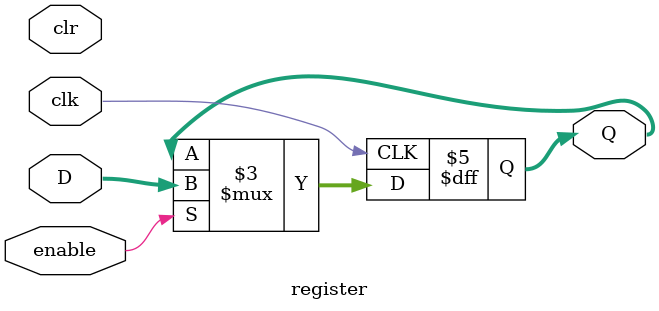
<source format=v>
module register(D,clr,clk,enable,Q);
input[7:0] D;
input clr;
input clk;
input enable;
output reg[7:0] Q;
always @(posedge clk)
begin
	if(enable==1'b1)
		Q <= D;
end
endmodule
</source>
